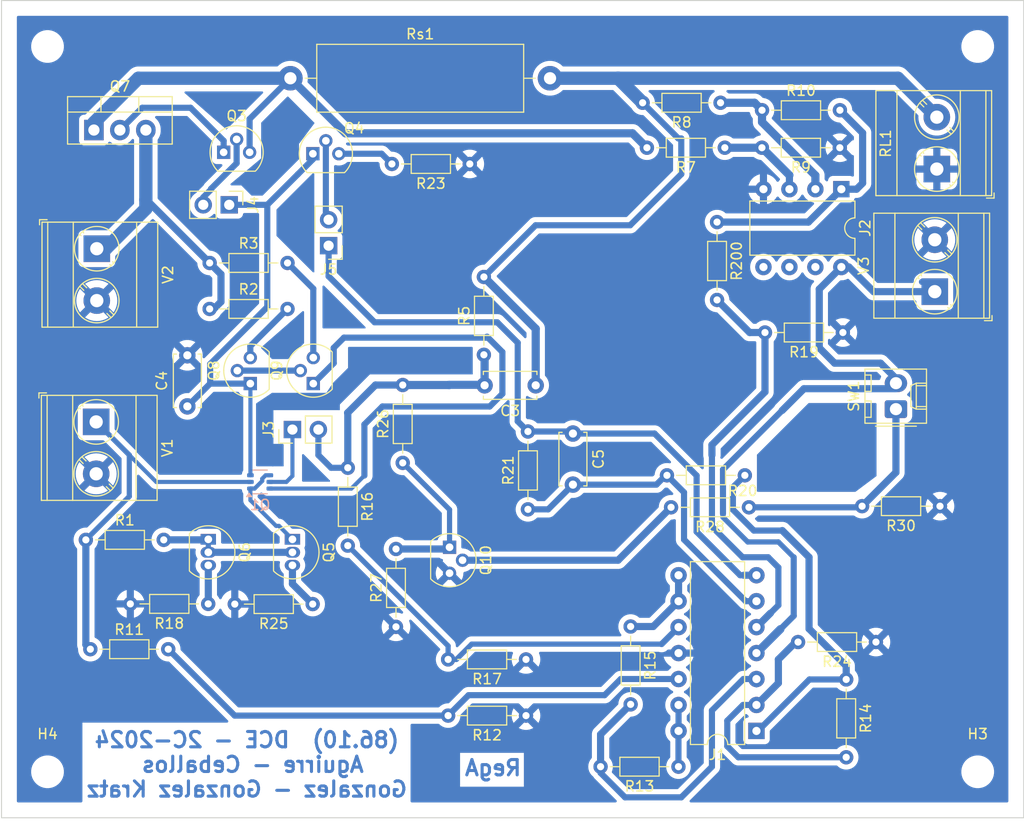
<source format=kicad_pcb>
(kicad_pcb (version 20240108) (generator "pcbnew") (generator_version "8.0")
  (layers (0 "F.Cu" signal) (31 "B.Cu" signal) (34 "B.Paste" user) (35 "F.Paste" user) (36 "B.SilkS" user "B.Silkscreen") (37 "F.SilkS" user "F.Silkscreen") (38 "B.Mask" user) (39 "F.Mask" user) (44 "Edge.Cuts" user))
  (net 0 "")
  (net 1 "Vreg")
  (net 2 "GND")
  (net 3 "Vref")
  (net 4 "Net-(R28-Pad1)")
  (net 5 "Net-(J1-Pin_3)")
  (net 6 "Vs1")
  (net 7 "Vs2")
  (net 8 "Net-(Q6-E)")
  (net 9 "Op2_V+")
  (net 10 "Op2_V-")
  (net 11 "Vref_C")
  (net 12 "Op2_Vout")
  (net 13 "Net-(Q4-E)")
  (net 14 "Net-(Q5-E)")
  (net 15 "Net-(J2-Pin_1)")
  (net 16 "Net-(J2-Pin_2)")
  (net 17 "Net-(Q10-D)")
  (net 18 "Vf")
  (net 19 "Net-(Q10-G)")
  (net 20 "Net-(Q5-B)")
  (net 21 "Net-(Q8-E)")
  (net 22 "Net-(Q9-E)")
  (net 23 "Net-(J2-Pin_3)")
  (net 24 "Net-(J1-Pin_2)")
  (net 25 "Net-(J1-Pin_12)")
  (net 26 "Net-(J1-Pin_13)")
  (net 27 "Net-(J1-Pin_8)")
  (net 28 "Net-(J1-Pin_10)")
  (net 29 "Net-(Q1A-E1)")
  (net 30 "Net-(Q3-C)")
  (net 31 "Vb")
  (net 32 "Net-(Q1A-C1)")
  (net 36 "V_sup")
  (net 37 "Net-(J3-Pin_1)")
  (net 38 "Net-(J4-Pin_2)")
  (net 39 "Net-(J5-Pin_2)")
  (footprint "Resistor_THT:R_Axial_DIN0204_L3.6mm_D1.6mm_P7.62mm_Horizontal" (layer "F.Cu") (at 151.12 83.61 180)
    (property "Reference" "R28" (at 3.81 -1.92 0) (layer "F.SilkS"))
    (property "Value" "1K")
    (pad "1" thru_hole circle (at 0 0 180) (size 1.4 1.4) (drill 0.7) (layers "*.Cu" "*.Mask") (net 4 "Net-(R28-Pad1)"))
    (pad "2" thru_hole oval (at 7.62 0 180) (size 1.4 1.4) (drill 0.7) (layers "*.Cu" "*.Mask") (net 19 "Net-(Q10-G)"))
  )
  (footprint "Package_TO_SOT_THT:TO-92" (layer "F.Cu") (at 102.34 71.5 90)
    (property "Reference" "Q8" (at 1.27 -3.56 90) (layer "F.SilkS"))
    (property "Value" "BC557C")
    (pad "1" thru_hole rect (at 0 0 90) (size 1.3 1.3) (drill 0.75) (layers "*.Cu" "*.Mask") (net 31 "Vb"))
    (pad "2" thru_hole circle (at 1.27 -1.27 90) (size 1.3 1.3) (drill 0.75) (layers "*.Cu" "*.Mask") (net 32 "Net-(Q1A-C1)"))
    (pad "3" thru_hole circle (at 2.54 0 90) (size 1.3 1.3) (drill 0.75) (layers "*.Cu" "*.Mask") (net 21 "Net-(Q8-E)"))
  )
  (footprint "Resistor_THT:R_Axial_DIN0204_L3.6mm_D1.6mm_P7.62mm_Horizontal" (layer "F.Cu") (at 150.72 80.48 180)
    (property "Reference" "R20" (at 0.22 -1.52 0) (layer "F.SilkS"))
    (property "Value" "2,2K")
    (pad "1" thru_hole circle (at 0 0 180) (size 1.4 1.4) (drill 0.7) (layers "*.Cu" "*.Mask") (net 11 "Vref_C"))
    (pad "2" thru_hole oval (at 7.62 0 180) (size 1.4 1.4) (drill 0.7) (layers "*.Cu" "*.Mask") (net 10 "Op2_V-"))
  )
  (footprint "Resistor_THT:R_Axial_DIN0204_L3.6mm_D1.6mm_P7.62mm_Horizontal" (layer "F.Cu") (at 160.635 100.46 -90)
    (property "Reference" "R14" (at 3.81 -1.92 90) (layer "F.SilkS"))
    (property "Value" "1K")
    (pad "1" thru_hole circle (at 0 0 270) (size 1.4 1.4) (drill 0.7) (layers "*.Cu" "*.Mask") (net 11 "Vref_C"))
    (pad "2" thru_hole oval (at 7.62 0 270) (size 1.4 1.4) (drill 0.7) (layers "*.Cu" "*.Mask") (net 24 "Net-(J1-Pin_2)"))
  )
  (footprint "Resistor_THT:R_Axial_DIN0204_L3.6mm_D1.6mm_P7.62mm_Horizontal" (layer "F.Cu") (at 98.36 64.19)
    (property "Reference" "R2" (at 3.81 -1.92 0) (layer "F.SilkS"))
    (property "Value" "100")
    (pad "1" thru_hole circle (at 0 0) (size 1.4 1.4) (drill 0.7) (layers "*.Cu" "*.Mask") (net 1 "Vreg"))
    (pad "2" thru_hole oval (at 7.62 0) (size 1.4 1.4) (drill 0.7) (layers "*.Cu" "*.Mask") (net 21 "Net-(Q8-E)"))
  )
  (footprint "Resistor_THT:R_Axial_DIN0204_L3.6mm_D1.6mm_P7.62mm_Horizontal" (layer "F.Cu") (at 98.36 59.69)
    (property "Reference" "R3" (at 3.81 -1.92 0) (layer "F.SilkS"))
    (property "Value" "100")
    (pad "1" thru_hole circle (at 0 0) (size 1.4 1.4) (drill 0.7) (layers "*.Cu" "*.Mask") (net 1 "Vreg"))
    (pad "2" thru_hole oval (at 7.62 0) (size 1.4 1.4) (drill 0.7) (layers "*.Cu" "*.Mask") (net 22 "Net-(Q9-E)"))
  )
  (footprint "Connector_PinHeader_2.54mm:PinHeader_1x02_P2.54mm_Vertical" (layer "F.Cu") (at 106.46 76 90)
    (property "Reference" "J3" (at 0 -2.33 90) (layer "F.SilkS"))
    (property "Value" "Conn_01x02_Pin")
    (pad "1" thru_hole rect (at 0 0 90) (size 1.7 1.7) (drill 1) (layers "*.Cu" "*.Mask") (net 37 "Net-(J3-Pin_1)"))
    (pad "2" thru_hole oval (at 0 2.54 90) (size 1.7 1.7) (drill 1) (layers "*.Cu" "*.Mask") (net 18 "Vf"))
  )
  (footprint "Package_TO_SOT_THT:TO-92_Inline" (layer "F.Cu") (at 106.46 86.745 -90)
    (property "Reference" "Q5" (at 1.27 -3.56 90) (layer "F.SilkS"))
    (property "Value" "BC547")
    (pad "1" thru_hole rect (at 0 0 270) (size 1.05 1.5) (drill 0.75) (layers "*.Cu" "*.Mask") (net 29 "Net-(Q1A-E1)"))
    (pad "2" thru_hole oval (at 1.27 0 270) (size 1.05 1.5) (drill 0.75) (layers "*.Cu" "*.Mask") (net 20 "Net-(Q5-B)"))
    (pad "3" thru_hole oval (at 2.54 0 270) (size 1.05 1.5) (drill 0.75) (layers "*.Cu" "*.Mask") (net 14 "Net-(Q5-E)"))
  )
  (footprint "Capacitor_THT:C_Disc_D5.0mm_W2.5mm_P5.00mm" (layer "F.Cu") (at 133.9 76.39 -90)
    (property "Reference" "C5" (at 2.5 -2.5 90) (layer "F.SilkS"))
    (property "Value" "120n")
    (pad "1" thru_hole circle (at 0 0 270) (size 1.6 1.6) (drill 0.8) (layers "*.Cu" "*.Mask") (net 12 "Op2_Vout"))
    (pad "2" thru_hole circle (at 5 0 270) (size 1.6 1.6) (drill 0.8) (layers "*.Cu" "*.Mask") (net 10 "Op2_V-"))
  )
  (footprint "Resistor_THT:R_Axial_DIN0204_L3.6mm_D1.6mm_P7.62mm_Horizontal" (layer "F.Cu") (at 86.69 97.5)
    (property "Reference" "R11" (at 3.81 -1.92 0) (layer "F.SilkS"))
    (property "Value" "2,2k")
    (pad "1" thru_hole circle (at 0 0) (size 1.4 1.4) (drill 0.7) (layers "*.Cu" "*.Mask") (net 3 "Vref"))
    (pad "2" thru_hole oval (at 7.62 0) (size 1.4 1.4) (drill 0.7) (layers "*.Cu" "*.Mask") (net 25 "Net-(J1-Pin_12)"))
  )
  (footprint "Resistor_THT:R_Axial_Power_L20.0mm_W6.4mm_P25.40mm" (layer "F.Cu") (at 106.26 41.61)
    (property "Reference" "Rs1" (at 12.7 -4.32 0) (layer "F.SilkS"))
    (property "Value" "0,1K")
    (pad "1" thru_hole circle (at 0 0) (size 2.4 2.4) (drill 1.2) (layers "*.Cu" "*.Mask") (net 6 "Vs1"))
    (pad "2" thru_hole oval (at 25.4 0) (size 2.4 2.4) (drill 1.2) (layers "*.Cu" "*.Mask") (net 7 "Vs2"))
  )
  (footprint "Resistor_THT:R_Axial_DIN0204_L3.6mm_D1.6mm_P7.62mm_Horizontal" (layer "F.Cu") (at 148.34 44.01 180)
    (property "Reference" "R8" (at 3.81 -1.92 0) (layer "F.SilkS"))
    (property "Value" "2,2K")
    (pad "1" thru_hole circle (at 0 0 180) (size 1.4 1.4) (drill 0.7) (layers "*.Cu" "*.Mask") (net 16 "Net-(J2-Pin_2)"))
    (pad "2" thru_hole oval (at 7.62 0 180) (size 1.4 1.4) (drill 0.7) (layers "*.Cu" "*.Mask") (net 7 "Vs2"))
  )
  (footprint "Resistor_THT:R_Axial_DIN0204_L3.6mm_D1.6mm_P7.62mm_Horizontal" (layer "F.Cu") (at 169.81 83.5 180)
    (property "Reference" "R30" (at 3.81 -1.92 0) (layer "F.SilkS"))
    (property "Value" "20k")
    (pad "1" thru_hole circle (at 0 0 180) (size 1.4 1.4) (drill 0.7) (layers "*.Cu" "*.Mask") (net 2 "GND"))
    (pad "2" thru_hole oval (at 7.62 0 180) (size 1.4 1.4) (drill 0.7) (layers "*.Cu" "*.Mask") (net 4 "Net-(R28-Pad1)"))
  )
  (footprint "MountingHole:MountingHole_2.7mm_M2.5" (layer "F.Cu") (at 82.5 38.5)
    (property "Reference" "H2")
    (property "Value" "MountingHole")
    (pad "" np_thru_hole circle (at 0 0) (size 2.7 2.7) (drill 2.7) (layers "*.Cu" "*.Mask"))
  )
  (footprint "Resistor_THT:R_Axial_DIN0204_L3.6mm_D1.6mm_P7.62mm_Horizontal" (layer "F.Cu") (at 116.59 95.31 90)
    (property "Reference" "R27" (at 3.81 -1.92 90) (layer "F.SilkS"))
    (property "Value" "1,1K")
    (pad "1" thru_hole circle (at 0 0 90) (size 1.4 1.4) (drill 0.7) (layers "*.Cu" "*.Mask") (net 2 "GND"))
    (pad "2" thru_hole oval (at 7.62 0 90) (size 1.4 1.4) (drill 0.7) (layers "*.Cu" "*.Mask") (net 17 "Net-(Q10-D)"))
  )
  (footprint "Resistor_THT:R_Axial_DIN0204_L3.6mm_D1.6mm_P7.62mm_Horizontal" (layer "F.Cu") (at 111.875 79.74 -90)
    (property "Reference" "R16" (at 3.81 -1.92 90) (layer "F.SilkS"))
    (property "Value" "1k")
    (pad "1" thru_hole circle (at 0 0 270) (size 1.4 1.4) (drill 0.7) (layers "*.Cu" "*.Mask") (net 18 "Vf"))
    (pad "2" thru_hole oval (at 7.62 0 270) (size 1.4 1.4) (drill 0.7) (layers "*.Cu" "*.Mask") (net 28 "Net-(J1-Pin_10)"))
  )
  (footprint "Resistor_THT:R_Axial_DIN0204_L3.6mm_D1.6mm_P7.62mm_Horizontal" (layer "F.Cu") (at 144.225 109 180)
    (property "Reference" "R13" (at 3.81 -1.92 0) (layer "F.SilkS"))
    (property "Value" "1,1k")
    (pad "1" thru_hole circle (at 0 0 180) (size 1.4 1.4) (drill 0.7) (layers "*.Cu" "*.Mask") (net 26 "Net-(J1-Pin_13)"))
    (pad "2" thru_hole oval (at 7.62 0 180) (size 1.4 1.4) (drill 0.7) (layers "*.Cu" "*.Mask") (net 5 "Net-(J1-Pin_3)"))
  )
  (footprint "Resistor_THT:R_Axial_DIN0204_L3.6mm_D1.6mm_P7.62mm_Horizontal" (layer "F.Cu") (at 129.5 83.81 90)
    (property "Reference" "R21" (at 3.81 -1.92 90) (layer "F.SilkS"))
    (property "Value" "82K")
    (pad "1" thru_hole circle (at 0 0 90) (size 1.4 1.4) (drill 0.7) (layers "*.Cu" "*.Mask") (net 10 "Op2_V-"))
    (pad "2" thru_hole oval (at 7.62 0 90) (size 1.4 1.4) (drill 0.7) (layers "*.Cu" "*.Mask") (net 12 "Op2_Vout"))
  )
  (footprint "Capacitor_THT:C_Disc_D5.0mm_W2.5mm_P5.00mm" (layer "F.Cu") (at 96.18 73.73 90)
    (property "Reference" "C4" (at 2.5 -2.5 90) (layer "F.SilkS"))
    (property "Value" "22n")
    (pad "1" thru_hole circle (at 0 0 90) (size 1.6 1.6) (drill 0.8) (layers "*.Cu" "*.Mask") (net 31 "Vb"))
    (pad "2" thru_hole circle (at 5 0 90) (size 1.6 1.6) (drill 0.8) (layers "*.Cu" "*.Mask") (net 2 "GND"))
  )
  (footprint "Resistor_THT:R_Axial_DIN0204_L3.6mm_D1.6mm_P7.62mm_Horizontal" (layer "F.Cu") (at 160.31 66.5 180)
    (property "Reference" "R19" (at 3.81 -1.92 0) (layer "F.SilkS"))
    (property "Value" "82K")
    (pad "1" thru_hole circle (at 0 0 180) (size 1.4 1.4) (drill 0.7) (layers "*.Cu" "*.Mask") (net 2 "GND"))
    (pad "2" thru_hole oval (at 7.62 0 180) (size 1.4 1.4) (drill 0.7) (layers "*.Cu" "*.Mask") (net 9 "Op2_V+"))
  )
  (footprint "Resistor_THT:R_Axial_DIN0204_L3.6mm_D1.6mm_P7.62mm_Horizontal" (layer "F.Cu") (at 117.25 79.26 90)
    (property "Reference" "R26" (at 3.81 -1.92 90) (layer "F.SilkS"))
    (property "Value" "2,4k")
    (pad "1" thru_hole circle (at 0 0 90) (size 1.4 1.4) (drill 0.7) (layers "*.Cu" "*.Mask") (net 17 "Net-(Q10-D)"))
    (pad "2" thru_hole oval (at 7.62 0 90) (size 1.4 1.4) (drill 0.7) (layers "*.Cu" "*.Mask") (net 18 "Vf"))
  )
  (footprint "Resistor_THT:R_Axial_DIN0204_L3.6mm_D1.6mm_P7.62mm_Horizontal" (layer "F.Cu") (at 98.22 93.065 180)
    (property "Reference" "R18" (at 3.81 -1.92 0) (layer "F.SilkS"))
    (property "Value" "820")
    (pad "1" thru_hole circle (at 0 0 180) (size 1.4 1.4) (drill 0.7) (layers "*.Cu" "*.Mask") (net 8 "Net-(Q6-E)"))
    (pad "2" thru_hole oval (at 7.62 0 180) (size 1.4 1.4) (drill 0.7) (layers "*.Cu" "*.Mask") (net 2 "GND"))
  )
  (footprint "MountingHole:MountingHole_2.7mm_M2.5" (layer "F.Cu") (at 173.5 38.5)
    (property "Reference" "H1")
    (property "Value" "MountingHole")
    (pad "" np_thru_hole circle (at 0 0) (size 2.7 2.7) (drill 2.7) (layers "*.Cu" "*.Mask"))
  )
  (footprint "Package_DIP:DIP-14_W7.62mm" (layer "F.Cu") (at 151.855 105.5 180)
    (property "Reference" "J1" (at 3.81 -2.33 0) (layer "F.SilkS"))
    (property "Value" "Conn_02x07_Counter_Clockwise_MountingPin")
    (pad "1" thru_hole rect (at 0 0 180) (size 1.6 1.6) (drill 0.8) (layers "*.Cu" "*.Mask") (net 11 "Vref_C"))
    (pad "2" thru_hole oval (at 0 2.54 180) (size 1.6 1.6) (drill 0.8) (layers "*.Cu" "*.Mask") (net 24 "Net-(J1-Pin_2)"))
    (pad "3" thru_hole oval (at 0 5.08 180) (size 1.6 1.6) (drill 0.8) (layers "*.Cu" "*.Mask") (net 5 "Net-(J1-Pin_3)"))
    (pad "4" thru_hole oval (at 0 7.62 180) (size 1.6 1.6) (drill 0.8) (layers "*.Cu" "*.Mask") (net 36 "V_sup"))
    (pad "5" thru_hole oval (at 0 10.16 180) (size 1.6 1.6) (drill 0.8) (layers "*.Cu" "*.Mask") (net 9 "Op2_V+"))
    (pad "6" thru_hole oval (at 0 12.7 180) (size 1.6 1.6) (drill 0.8) (layers "*.Cu" "*.Mask") (net 10 "Op2_V-"))
    (pad "7" thru_hole oval (at 0 15.24 180) (size 1.6 1.6) (drill 0.8) (layers "*.Cu" "*.Mask") (net 12 "Op2_Vout"))
    (pad "8" thru_hole oval (at 7.62 15.24 180) (size 1.6 1.6) (drill 0.8) (layers "*.Cu" "*.Mask") (net 27 "Net-(J1-Pin_8)"))
    (pad "9" thru_hole oval (at 7.62 12.7 180) (size 1.6 1.6) (drill 0.8) (layers "*.Cu" "*.Mask") (net 27 "Net-(J1-Pin_8)"))
    (pad "10" thru_hole oval (at 7.62 10.16 180) (size 1.6 1.6) (drill 0.8) (layers "*.Cu" "*.Mask") (net 28 "Net-(J1-Pin_10)"))
    (pad "11" thru_hole oval (at 7.62 7.62 180) (size 1.6 1.6) (drill 0.8) (layers "*.Cu" "*.Mask") (net 2 "GND"))
    (pad "12" thru_hole oval (at 7.62 5.08 180) (size 1.6 1.6) (drill 0.8) (layers "*.Cu" "*.Mask") (net 25 "Net-(J1-Pin_12)"))
    (pad "13" thru_hole oval (at 7.62 2.54 180) (size 1.6 1.6) (drill 0.8) (layers "*.Cu" "*.Mask") (net 26 "Net-(J1-Pin_13)"))
    (pad "14" thru_hole oval (at 7.62 0 180) (size 1.6 1.6) (drill 0.8) (layers "*.Cu" "*.Mask") (net 26 "Net-(J1-Pin_13)"))
  )
  (footprint "MountingHole:MountingHole_2.7mm_M2.5" (layer "F.Cu") (at 82.5 109.5)
    (property "Reference" "H4" (at 0 -3.7 0) (layer "F.SilkS"))
    (property "Value" "MountingHole")
    (pad "" np_thru_hole circle (at 0 0) (size 2.7 2.7) (drill 2.7) (layers "*.Cu" "*.Mask"))
  )
  (footprint "Resistor_THT:R_Axial_DIN0204_L3.6mm_D1.6mm_P7.62mm_Horizontal" (layer "F.Cu") (at 163.545 96.8 180)
    (property "Reference" "R24" (at 3.81 -1.92 0) (layer "F.SilkS"))
    (property "Value" "1K")
    (pad "1" thru_hole circle (at 0 0 180) (size 1.4 1.4) (drill 0.7) (layers "*.Cu" "*.Mask") (net 2 "GND"))
    (pad "2" thru_hole oval (at 7.62 0 180) (size 1.4 1.4) (drill 0.7) (layers "*.Cu" "*.Mask") (net 24 "Net-(J1-Pin_2)"))
  )
  (footprint "Package_TO_SOT_THT:TO-92_Inline" (layer "F.Cu") (at 98.23 86.745 -90)
    (property "Reference" "Q6" (at 1.27 -3.56 90) (layer "F.SilkS"))
    (property "Value" "BC547")
    (pad "1" thru_hole rect (at 0 0 270) (size 1.05 1.5) (drill 0.75) (layers "*.Cu" "*.Mask") (net 20 "Net-(Q5-B)"))
    (pad "2" thru_hole oval (at 1.27 0 270) (size 1.05 1.5) (drill 0.75) (layers "*.Cu" "*.Mask") (net 20 "Net-(Q5-B)"))
    (pad "3" thru_hole oval (at 2.54 0 270) (size 1.05 1.5) (drill 0.75) (layers "*.Cu" "*.Mask") (net 8 "Net-(Q6-E)"))
  )
  (footprint "Resistor_THT:R_Axial_DIN0204_L3.6mm_D1.6mm_P7.62mm_Horizontal" (layer "F.Cu") (at 123.81 50 180)
    (property "Reference" "R23" (at 3.81 -1.92 0) (layer "F.SilkS"))
    (property "Value" "75")
    (pad "1" thru_hole circle (at 0 0 180) (size 1.4 1.4) (drill 0.7) (layers "*.Cu" "*.Mask") (net 2 "GND"))
    (pad "2" thru_hole oval (at 7.62 0 180) (size 1.4 1.4) (drill 0.7) (layers "*.Cu" "*.Mask") (net 13 "Net-(Q4-E)"))
  )
  (footprint "TerminalBlock_Phoenix:TerminalBlock_Phoenix_MKDS-3-2-5.08_1x02_P5.08mm_Horizontal" (layer "F.Cu") (at 87.32 58.295 -90)
    (property "Reference" "V2" (at 2.54 -6.96 90) (layer "F.SilkS"))
    (property "Value" "6.35")
    (pad "1" thru_hole rect (at 0 0 270) (size 2.6 2.6) (drill 1.3) (layers "*.Cu" "*.Mask") (net 1 "Vreg"))
    (pad "2" thru_hole circle (at 5.08 0 270) (size 2.6 2.6) (drill 1.3) (layers "*.Cu" "*.Mask") (net 2 "GND"))
  )
  (footprint "Connector_Molex:Molex_KK-254_AE-6410-02A_1x02_P2.54mm_Vertical" (layer "F.Cu") (at 165.5 74 90)
    (property "Reference" "SW1" (at 1.27 -4.12 90) (layer "F.SilkS"))
    (property "Value" "SW_DIP_x01")
    (pad "1" thru_hole roundrect (at 0 0 90) (size 1.74 2.19) (drill 1.19) (layers "*.Cu" "*.Mask") (roundrect_rratio 0.143678) (net 4 "Net-(R28-Pad1)"))
    (pad "2" thru_hole oval (at 2.54 0 90) (size 1.74 2.19) (drill 1.19) (layers "*.Cu" "*.Mask") (net 36 "V_sup"))
  )
  (footprint "Resistor_THT:R_Axial_DIN0204_L3.6mm_D1.6mm_P7.62mm_Horizontal" (layer "F.Cu") (at 148 55.69 -90)
    (property "Reference" "R200" (at 3.81 -1.92 90) (layer "F.SilkS"))
    (property "Value" "2,2K")
    (pad "1" thru_hole circle (at 0 0 270) (size 1.4 1.4) (drill 0.7) (layers "*.Cu" "*.Mask") (net 15 "Net-(J2-Pin_1)"))
    (pad "2" thru_hole oval (at 7.62 0 270) (size 1.4 1.4) (drill 0.7) (layers "*.Cu" "*.Mask") (net 9 "Op2_V+"))
  )
  (footprint "Capacitor_THT:C_Disc_D5.0mm_W2.5mm_P5.00mm" (layer "F.Cu") (at 130.26 71.67 180)
    (property "Reference" "C3" (at 2.5 -2.5 0) (layer "F.SilkS"))
    (property "Value" "1n")
    (pad "1" thru_hole circle (at 0 0 180) (size 1.6 1.6) (drill 0.8) (layers "*.Cu" "*.Mask") (net 7 "Vs2"))
    (pad "2" thru_hole circle (at 5 0 180) (size 1.6 1.6) (drill 0.8) (layers "*.Cu" "*.Mask") (net 18 "Vf"))
  )
  (footprint "Resistor_THT:R_Axial_DIN0204_L3.6mm_D1.6mm_P7.62mm_Horizontal" (layer "F.Cu") (at 148.76 48.41 180)
    (property "Reference" "R7" (at 3.81 -1.92 0) (layer "F.SilkS"))
    (property "Value" "2,2K")
    (pad "1" thru_hole circle (at 0 0 180) (size 1.4 1.4) (drill 0.7) (layers "*.Cu" "*.Mask") (net 23 "Net-(J2-Pin_3)"))
    (pad "2" thru_hole oval (at 7.62 0 180) (size 1.4 1.4) (drill 0.7) (layers "*.Cu" "*.Mask") (net 6 "Vs1"))
  )
  (footprint "Package_TO_SOT_THT:TO-92" (layer "F.Cu") (at 99.73 48.86)
    (property "Reference" "Q3" (at 1.27 -3.56 0) (layer "F.SilkS"))
    (property "Value" "2N2222")
    (pad "1" thru_hole rect (at 0 0) (size 1.3 1.3) (drill 0.75) (layers "*.Cu" "*.Mask") (net 30 "Net-(Q3-C)"))
    (pad "2" thru_hole circle (at 1.27 -1.27) (size 1.3 1.3) (drill 0.75) (layers "*.Cu" "*.Mask") (net 38 "Net-(J4-Pin_2)"))
    (pad "3" thru_hole circle (at 2.54 0) (size 1.3 1.3) (drill 0.75) (layers "*.Cu" "*.Mask") (net 6 "Vs1"))
  )
  (footprint "MountingHole:MountingHole_2.7mm_M2.5" (layer "F.Cu") (at 173.5 109.5)
    (property "Reference" "H3" (at 0 -3.7 0) (layer "F.SilkS"))
    (property "Value" "MountingHole")
    (pad "" np_thru_hole circle (at 0 0) (size 2.7 2.7) (drill 2.7) (layers "*.Cu" "*.Mask"))
  )
  (footprint "TerminalBlock_Phoenix:TerminalBlock_Phoenix_MKDS-3-2-5.08_1x02_P5.08mm_Horizontal" (layer "F.Cu") (at 169.3 62.5 90)
    (property "Reference" "V3" (at 2.54 -6.96 90) (layer "F.SilkS"))
    (property "Value" "6")
    (pad "1" thru_hole rect (at 0 0 90) (size 2.6 2.6) (drill 1.3) (layers "*.Cu" "*.Mask") (net 36 "V_sup"))
    (pad "2" thru_hole circle (at 5.08 0 90) (size 2.6 2.6) (drill 1.3) (layers "*.Cu" "*.Mask") (net 2 "GND"))
  )
  (footprint "Package_TO_SOT_THT:TO-92" (layer "F.Cu") (at 108.46 49)
    (property "Reference" "Q4" (at 4.04 -2.5 0) (layer "F.SilkS"))
    (property "Value" "2N2222")
    (pad "1" thru_hole rect (at 0 0) (size 1.3 1.3) (drill 0.75) (layers "*.Cu" "*.Mask") (net 31 "Vb"))
    (pad "2" thru_hole circle (at 1.27 -1.27) (size 1.3 1.3) (drill 0.75) (layers "*.Cu" "*.Mask") (net 39 "Net-(J5-Pin_2)"))
    (pad "3" thru_hole circle (at 2.54 0) (size 1.3 1.3) (drill 0.75) (layers "*.Cu" "*.Mask") (net 13 "Net-(Q4-E)"))
  )
  (footprint "TerminalBlock_Phoenix:TerminalBlock_Phoenix_MKDS-3-2-5.08_1x02_P5.08mm_Horizontal" (layer "F.Cu") (at 87.26 75.25 -90)
    (property "Reference" "V1" (at 2.54 -6.96 90) (layer "F.SilkS"))
    (property "Value" "1,2")
    (pad "1" thru_hole rect (at 0 0 270) (size 2.6 2.6) (drill 1.3) (layers "*.Cu" "*.Mask") (net 3 "Vref"))
    (pad "2" thru_hole circle (at 5.08 0 270) (size 2.6 2.6) (drill 1.3) (layers "*.Cu" "*.Mask") (net 2 "GND"))
  )
  (footprint "Resistor_THT:R_Axial_DIN0204_L3.6mm_D1.6mm_P7.62mm_Horizontal" (layer "F.Cu") (at 152.4 44.74)
    (property "Reference" "R10" (at 3.81 -1.92 0) (layer "F.SilkS"))
    (property "Value" "22K")
    (pad "1" thru_hole circle (at 0 0) (size 1.4 1.4) (drill 0.7) (layers "*.Cu" "*.Mask") (net 16 "Net-(J2-Pin_2)"))
    (pad "2" thru_hole oval (at 7.62 0) (size 1.4 1.4) (drill 0.7) (layers "*.Cu" "*.Mask") (net 15 "Net-(J2-Pin_1)"))
  )
  (footprint "Resistor_THT:R_Axial_DIN0204_L3.6mm_D1.6mm_P7.62mm_Horizontal" (layer "F.Cu") (at 129.31 98.5 180)
    (property "Reference" "R17" (at 3.81 -1.92 0) (layer "F.SilkS"))
    (property "Value" "11k")
    (pad "1" thru_hole circle (at 0 0 180) (size 1.4 1.4) (drill 0.7) (layers "*.Cu" "*.Mask") (net 2 "GND"))
    (pad "2" thru_hole oval (at 7.62 0 180) (size 1.4 1.4) (drill 0.7) (layers "*.Cu" "*.Mask") (net 28 "Net-(J1-Pin_10)"))
  )
  (footprint "Package_TO_SOT_THT:TO-220-3_Vertical" (layer "F.Cu") (at 87.04 46.68)
    (property "Reference" "Q7" (at 2.54 -4.27 0) (layer "F.SilkS"))
    (property "Value" "TIP42C")
    (pad "1" thru_hole rect (at 0 0) (size 1.905 2) (drill 1.1) (layers "*.Cu" "*.Mask") (net 6 "Vs1"))
    (pad "2" thru_hole oval (at 2.54 0) (size 1.905 2) (drill 1.1) (layers "*.Cu" "*.Mask") (net 30 "Net-(Q3-C)"))
    (pad "3" thru_hole oval (at 5.08 0) (size 1.905 2) (drill 1.1) (layers "*.Cu" "*.Mask") (net 1 "Vreg"))
  )
  (footprint "Resistor_THT:R_Axial_DIN0204_L3.6mm_D1.6mm_P7.62mm_Horizontal" (layer "F.Cu") (at 129.31 104 180)
    (property "Reference" "R12" (at 3.81 -1.92 0) (layer "F.SilkS"))
    (property "Value" "910")
    (pad "1" thru_hole circle (at 0 0 180) (size 1.4 1.4) (drill 0.7) (layers "*.Cu" "*.Mask") (net 2 "GND"))
    (pad "2" thru_hole oval (at 7.62 0 180) (size 1.4 1.4) (drill 0.7) (layers "*.Cu" "*.Mask") (net 25 "Net-(J1-Pin_12)"))
  )
  (footprint "TerminalBlock_Phoenix:TerminalBlock_Phoenix_MKDS-3-2-5.08_1x02_P5.08mm_Horizontal" (layer "F.Cu") (at 169.5 50.5 90)
    (property "Reference" "RL1" (at 2.5 -5 90) (layer "F.SilkS"))
    (property "Value" "R")
    (pad "1" thru_hole rect (at 0 0 90) (size 2.6 2.6) (drill 1.3) (layers "*.Cu" "*.Mask") (net 2 "GND"))
    (pad "2" thru_hole circle (at 5.08 0 90) (size 2.6 2.6) (drill 1.3) (layers "*.Cu" "*.Mask") (net 7 "Vs2"))
  )
  (footprint "Package_TO_SOT_THT:TO-92" (layer "F.Cu") (at 121.83 87.52 -90)
    (property "Reference" "Q10" (at 1.27 -3.56 90) (layer "F.SilkS"))
    (property "Value" "BS170")
    (pad "1" thru_hole rect (at 0 0 270) (size 1.3 1.3) (drill 0.75) (layers "*.Cu" "*.Mask") (net 17 "Net-(Q10-D)"))
    (pad "2" thru_hole circle (at 1.27 -1.27 270) (size 1.3 1.3) (drill 0.75) (layers "*.Cu" "*.Mask") (net 19 "Net-(Q10-G)"))
    (pad "3" thru_hole circle (at 2.54 0 270) (size 1.3 1.3) (drill 0.75) (layers "*.Cu" "*.Mask") (net 2 "GND"))
  )
  (footprint "Resistor_THT:R_Axial_DIN0204_L3.6mm_D1.6mm_P7.62mm_Horizontal" (layer "F.Cu") (at 108.44 93.085 180)
    (property "Reference" "R25" (at 3.81 -1.92 0) (layer "F.SilkS"))
    (property "Value" "820")
    (pad "1" thru_hole circle (at 0 0 180) (size 1.4 1.4) (drill 0.7) (layers "*.Cu" "*.Mask") (net 14 "Net-(Q5-E)"))
    (pad "2" thru_hole oval (at 7.62 0 180) (size 1.4 1.4) (drill 0.7) (layers "*.Cu" "*.Mask") (net 2 "GND"))
  )
  (footprint "Resistor_THT:R_Axial_DIN0204_L3.6mm_D1.6mm_P7.62mm_Horizontal" (layer "F.Cu") (at 125.19 68.68 90)
    (property "Reference" "R5" (at 3.81 -1.92 90) (layer "F.SilkS"))
    (property "Value" "3,3K")
    (pad "1" thru_hole circle (at 0 0 90) (size 1.4 1.4) (drill 0.7) (layers "*.Cu" "*.Mask") (net 18 "Vf"))
    (pad "2" thru_hole oval (at 7.62 0 90) (size 1.4 1.4) (drill 0.7) (layers "*.Cu" "*.Mask") (net 7 "Vs2"))
  )
  (footprint "Package_DIP:DIP-8_W7.62mm" (layer "F.Cu") (at 160.16 52.47 -90)
    (property "Reference" "J2" (at 3.81 -2.33 90) (layer "F.SilkS"))
    (property "Value" "OP295")
    (pad "1" thru_hole rect (at 0 0 270) (size 1.6 1.6) (drill 0.8) (layers "*.Cu" "*.Mask") (net 15 "Net-(J2-Pin_1)"))
    (pad "2" thru_hole oval (at 0 2.54 270) (size 1.6 1.6) (drill 0.8) (layers "*.Cu" "*.Mask") (net 16 "Net-(J2-Pin_2)"))
    (pad "3" thru_hole oval (at 0 5.08 270) (size 1.6 1.6) (drill 0.8) (layers "*.Cu" "*.Mask") (net 23 "Net-(J2-Pin_3)"))
    (pad "4" thru_hole oval (at 0 7.62 270) (size 1.6 1.6) (drill 0.8) (layers "*.Cu" "*.Mask") (net 2 "GND"))
    (pad "5" thru_hole oval (at 7.62 7.62 270) (size 1.6 1.6) (drill 0.8) (layers "*.Cu" "*.Mask"))
    (pad "6" thru_hole oval (at 7.62 5.08 270) (size 1.6 1.6) (drill 0.8) (layers "*.Cu" "*.Mask"))
    (pad "7" thru_hole oval (at 7.62 2.54 270) (size 1.6 1.6) (drill 0.8) (layers "*.Cu" "*.Mask"))
    (pad "8" thru_hole oval (at 7.62 0 270) (size 1.6 1.6) (drill 0.8) (layers "*.Cu" "*.Mask") (net 36 "V_sup"))
  )
  (footprint "Package_TO_SOT_THT:TO-92" (layer "F.Cu") (at 108.5 71.5 90)
    (property "Reference" "Q9" (at 1.27 -3.56 90) (layer "F.SilkS"))
    (property "Value" "BC557C")
    (pad "1" thru_hole rect (at 0 0 90) (size 1.3 1.3) (drill 0.75) (layers "*.Cu" "*.Mask") (net 32 "Net-(Q1A-C1)"))
    (pad "2" thru_hole circle (at 1.27 -1.27 90) (size 1.3 1.3) (drill 0.75) (layers "*.Cu" "*.Mask") (net 32 "Net-(Q1A-C1)"))
    (pad "3" thru_hole circle (at 2.54 0 90) (size 1.3 1.3) (drill 0.75) (layers "*.Cu" "*.Mask") (net 22 "Net-(Q9-E)"))
  )
  (footprint "Resistor_THT:R_Axial_DIN0204_L3.6mm_D1.6mm_P7.62mm_Horizontal" (layer "F.Cu") (at 160.01 48.41 180)
    (property "Reference" "R9" (at 3.81 -1.92 0) (layer "F.SilkS"))
    (property "Value" "22K")
    (pad "1" thru_hole circle (at 0 0 180) (size 1.4 1.4) (drill 0.7) (layers "*.Cu" "*.Mask") (net 2 "GND"))
    (pad "2" thru_hole oval (at 7.62 0 180) (size 1.4 1.4) (drill 0.7) (layers "*.Cu" "*.Mask") (net 23 "Net-(J2-Pin_3)"))
  )
  (footprint "Resistor_THT:R_Axial_DIN0204_L3.6mm_D1.6mm_P7.62mm_Horizontal" (layer "F.Cu") (at 139.545 95.28 -90)
    (property "Reference" "R15" (at 3.81 -1.92 90) (layer "F.SilkS"))
    (property "Value" "1k")
    (pad "1" thru_hole circle (at 0 0 270) (size 1.4 1.4) (drill 0.7) (layers "*.Cu" "*.Mask") (net 27 "Net-(J1-Pin_8)"))
    (pad "2" thru_hole oval (at 7.62 0 270) (size 1.4 1.4) (drill 0.7) (layers "*.Cu" "*.Mask") (net 5 "Net-(J1-Pin_3)"))
  )
  (footprint "Connector_PinHeader_2.54mm:PinHeader_1x02_P2.54mm_Vertical" (layer "F.Cu") (at 110 58 180)
    (property "Reference" "J5" (at 0 -2.33 0) (layer "F.SilkS"))
    (property "Value" "Conn_01x02_Pin")
    (pad "1" thru_hole rect (at 0 0 180) (size 1.7 1.7) (drill 1) (layers "*.Cu" "*.Mask") (net 12 "Op2_Vout"))
    (pad "2" thru_hole oval (at 0 2.54 180) (size 1.7 1.7) (drill 1) (layers "*.Cu" "*.Mask") (net 39 "Net-(J5-Pin_2)"))
  )
  (footprint "Resistor_THT:R_Axial_DIN0204_L3.6mm_D1.6mm_P7.62mm_Horizontal" (layer "F.Cu") (at 86.25 86.795)
    (property "Reference" "R1" (at 3.81 -1.92 0) (layer "F.SilkS"))
    (property "Value" "100")
    (pad "1" thru_hole circle (at 0 0) (size 1.4 1.4) (drill 0.7) (layers "*.Cu" "*.Mask") (net 3 "Vref"))
    (pad "2" thru_hole oval (at 7.62 0) (size 1.4 1.4) (drill 0.7) (layers "*.Cu" "*.Mask") (net 20 "Net-(Q5-B)"))
  )
  (footprint "Connector_PinHeader_2.54mm:PinHeader_1x02_P2.54mm_Vertical" (layer "F.Cu") (at 100.275 54 -90)
    (property "Reference" "J4" (at 0 -2.33 90) (layer "F.SilkS"))
    (property "Value" "Conn_01x02_Pin")
    (pad "1" thru_hole rect (at 0 0 270) (size 1.7 1.7) (drill 1) (layers "*.Cu" "*.Mask") (net 31 "Vb"))
    (pad "2" thru_hole oval (at 0 2.54 270) (size 1.7 1.7) (drill 1) (layers "*.Cu" "*.Mask") (net 38 "Net-(J4-Pin_2)"))
  )
  (footprint "Package_TO_SOT_SMD:SOT-363_SC-70-6" (layer "B.Cu") (at 103.3 81.125)
    (property "Reference" "Q1" (at 0 2.25 0) (layer "B.SilkS") (effects (justify mirror)))
    (property "Value" "BC847BPN")
    (pad "1" smd roundrect (at -0.95 0.65) (size 0.65 0.4) (layers "B.Cu" "B.Paste" "B.Mask") (net 29 "Net-(Q1A-E1)"))
    (pad "2" smd roundrect (at -0.95 0) (size 0.65 0.4) (layers "B.Cu" "B.Paste" "B.Mask") (net 3 "Vref"))
    (pad "3" smd roundrect (at -0.95 -0.65) (size 0.65 0.4) (layers "B.Cu" "B.Paste" "B.Mask") (net 31 "Vb"))
    (pad "4" smd roundrect (at 0.95 -0.65) (size 0.65 0.4) (layers "B.Cu" "B.Paste" "B.Mask") (net 29 "Net-(Q1A-E1)"))
    (pad "5" smd roundrect (at 0.95 0) (size 0.65 0.4) (layers "B.Cu" "B.Paste" "B.Mask") (net 37 "Net-(J3-Pin_1)"))
    (pad "6" smd roundrect (at 0.95 0.65) (size 0.65 0.4) (layers "B.Cu" "B.Paste" "B.Mask") (net 32 "Net-(Q1A-C1)"))
  )
  (gr_poly (pts (xy 113.5 66) (xy 109.5 62) (xy 109.5 66)) (stroke (width 0.2)) (fill solid) (layer "B.Cu"))
  (gr_poly (pts (xy 107.5 64.5) (xy 103.5 68) (xy 104.5 69) (xy 106 69) (xy 107.5 67.5)) (stroke (width 0.2)) (fill solid) (layer "B.Cu"))
  (gr_poly (pts (xy 103.5 49.5) (xy 100.5 52) (xy 101.5 52) (xy 102.5 53) (xy 103.5 53) (xy 107 49.5)) (stroke (width 0.2)) (fill solid) (layer "B.Cu"))
  (gr_poly (pts (xy 112 70) (xy 110.5 71.5) (xy 109.5 73) (xy 111 73.5) (xy 114.5 70)) (stroke (width 0.2)) (fill solid) (layer "B.Cu"))
  (gr_poly (pts (xy 103 79.5) (xy 103 73.5) (xy 104.5 72.5) (xy 104.5 79.5)) (stroke (width 0.2)) (fill solid) (layer "B.Cu"))
  (gr_poly (pts (xy 104.5 74) (xy 104.5 72.5) (xy 111 72.5) (xy 111 74)) (stroke (width 0.2)) (fill solid) (layer "B.Cu"))
  (gr_poly (pts (xy 108.5 60.5) (xy 105 57) (xy 105 54.5) (xy 108.5 51)) (stroke (width 0.2)) (fill solid) (layer "B.Cu"))
  (gr_poly (pts (xy 107 49.5) (xy 103.5 49.5) (xy 103.5 46) (xy 106 43.5) (xy 108.5 46) (xy 107 48)) (stroke (width 0.2)) (fill solid) (layer "B.Cu"))
  (gr_poly (pts (xy 107.5 78.5) (xy 110 81) (xy 107.5 81)) (stroke (width 0.2)) (fill solid) (layer "B.Cu"))
  (gr_poly (pts (xy 152 82) (xy 152 78.5) (xy 157 73.5) (xy 163.5 73.5) (xy 163.5 80.5) (xy 161.5 82)) (stroke (width 0.2)) (fill solid) (layer "B.Cu"))
  (gr_poly (pts (xy 104.5 77.5) (xy 105.5 77.5) (xy 105.5 79.5) (xy 104.5 79.5)) (stroke (width 0.2)) (fill solid) (layer "B.Cu"))
  (gr_poly (pts (xy 112 70.5) (xy 124 70.5) (xy 124 68) (xy 112 68)) (stroke (width 0.2)) (fill solid) (layer "B.Cu"))
  (gr_poly (pts (xy 96 43) (xy 103.5 43) (xy 100 46.5)) (stroke (width 0.2)) (fill solid) (layer "B.Cu"))
  (gr_rect (start 78 34) (end 178 114) (stroke (width 0.1)) (fill none) (layer "Edge.Cuts"))
  (gr_text "RegA" (at 129 110 0) (layer "B.Cu") (effects (font (size 1.5 1.5) (thickness 0.3) (bold yes)) (justify left bottom mirror)))
  (gr_text "(86.10)  DCE - 2C-2024\nAguirre - Ceballos \nGonzalez - Gonzalez Kratz\n\n" (at 102 114.5 0) (layer "B.Cu") (effects (font (size 1.5 1.5) (thickness 0.3) (bold yes)) (justify bottom mirror)))
  (segment (start 87.32 58.295) (end 88.205 58.295) (width 1.3) (layer "B.Cu") (net 1))
  (segment (start 99.47 60.8) (end 99.47 63.49) (width 0.7) (layer "B.Cu") (net 1))
  (segment (start 88.205 58.295) (end 92.12 54.38) (width 1.3) (layer "B.Cu") (net 1))
  (segment (start 92.12 53.5) (end 92.12 46.68) (width 1.3) (layer "B.Cu") (net 1))
  (segment (start 92.12 54.38) (end 92.12 53.5) (width 1.3) (layer "B.Cu") (net 1))
  (segment (start 99.47 63.49) (end 98.77 64.19) (width 0.7) (layer "B.Cu") (net 1))
  (segment (start 98.36 59.69) (end 99.47 60.8) (width 0.7) (layer "B.Cu") (net 1))
  (segment (start 98.36 59.69) (end 92.17 53.5) (width 0.7) (layer "B.Cu") (net 1))
  (segment (start 98.77 64.19) (end 98.36 64.19) (width 0.7) (layer "B.Cu") (net 1))
  (segment (start 92.17 53.5) (end 92.12 53.5) (width 0.6) (layer "B.Cu") (net 1))
  (segment (start 90.5 82.545) (end 86.25 86.795) (width 0.508) (layer "B.Cu") (net 3))
  (segment (start 90.5 78.49) (end 90.5 82.545) (width 0.508) (layer "B.Cu") (net 3))
  (segment (start 86.25 97.06) (end 86.69 97.5) (width 0.7) (layer "B.Cu") (net 3))
  (segment (start 90.5 78.49) (end 93.135 81.125) (width 0.4) (layer "B.Cu") (net 3))
  (segment (start 87.26 75.25) (end 90.5 78.49) (width 0.508) (layer "B.Cu") (net 3))
  (segment (start 93.135 81.125) (end 102.35 81.125) (width 0.4) (layer "B.Cu") (net 3))
  (segment (start 86.25 86.795) (end 86.25 97.06) (width 0.7) (layer "B.Cu") (net 3))
  (segment (start 165.5 74) (end 165.5 80.19) (width 0.7) (layer "B.Cu") (net 4))
  (segment (start 162.08 83.61) (end 162.19 83.5) (width 0.6) (layer "B.Cu") (net 4))
  (segment (start 165.5 80.19) (end 162.19 83.5) (width 0.7) (layer "B.Cu") (net 4))
  (segment (start 151.12 83.61) (end 162.08 83.61) (width 0.6) (layer "B.Cu") (net 4))
  (segment (start 136.605 109.605) (end 139 112) (width 0.6) (layer "B.Cu") (net 5))
  (segment (start 147.5 103.5) (end 150.58 100.42) (width 0.6) (layer "B.Cu") (net 5))
  (segment (start 139 112) (end 144.5 112) (width 0.6) (layer "B.Cu") (net 5))
  (segment (start 136.605 109) (end 136.605 109.605) (width 0.6) (layer "B.Cu") (net 5))
  (segment (start 147.5 109) (end 147.5 103.5) (width 0.6) (layer "B.Cu") (net 5))
  (segment (start 144.5 112) (end 147.5 109) (width 0.6) (layer "B.Cu") (net 5))
  (segment (start 136.605 105.84) (end 139.545 102.9) (width 0.7) (layer "B.Cu") (net 5))
  (segment (start 151.855 100.42) (end 151.855 100.89) (width 0.7) (layer "B.Cu") (net 5))
  (segment (start 150.58 100.42) (end 151.855 100.42) (width 0.6) (layer "B.Cu") (net 5))
  (segment (start 136.605 109) (end 136.605 105.84) (width 0.7) (layer "B.Cu") (net 5))
  (segment (start 139.73 47) (end 111.65 47) (width 0.8) (layer "B.Cu") (net 6))
  (segment (start 87.04 45.96) (end 87.04 46.68) (width 1.3) (layer "B.Cu") (net 6))
  (segment (start 102.27 45.6) (end 102.27 48.86) (width 0.6) (layer "B.Cu") (net 6))
  (segment (start 91.39 41.61) (end 87.04 45.96) (width 1.3) (layer "B.Cu") (net 6))
  (segment (start 106.26 41.61) (end 102.27 45.6) (width 0.6) (layer "B.Cu") (net 6))
  (segment (start 106.26 41.61) (end 91.39 41.61) (width 1.3) (layer "B.Cu") (net 6))
  (segment (start 141.14 48.41) (end 139.73 47) (width 0.8) (layer "B.Cu") (net 6))
  (segment (start 111.65 47) (end 106.26 41.61) (width 0.8) (layer "B.Cu") (net 6))
  (segment (start 130.26 66.13) (end 125.19 61.06) (width 0.8) (layer "B.Cu") (net 7))
  (segment (start 131.66 41.61) (end 131.77 41.5) (width 1.3) (layer "B.Cu") (net 7))
  (segment (start 138.32 41.61) (end 165.69 41.61) (width 1.3) (layer "B.Cu") (net 7))
  (segment (start 138.32 41.61) (end 140.72 44.01) (width 1.3) (layer "B.Cu") (net 7))
  (segment (start 144.5 47.5) (end 144.21 47.5) (width 0.6) (layer "B.Cu") (net 7))
  (segment (start 139.5 56) (end 144.5 51) (width 0.6) (layer "B.Cu") (net 7))
  (segment (start 144.21 47.5) (end 140.72 44.01) (width 0.6) (layer "B.Cu") (net 7))
  (segment (start 165.69 41.61) (end 169.5 45.42) (width 1.3) (layer "B.Cu") (net 7))
  (segment (start 144.5 51) (end 144.5 47.5) (width 0.6) (layer "B.Cu") (net 7))
  (segment (start 125.19 61.06) (end 130.25 56) (width 0.6) (layer "B.Cu") (net 7))
  (segment (start 131.66 41.61) (end 138.32 41.61) (width 1.3) (layer "B.Cu") (net 7))
  (segment (start 130.26 71.67) (end 130.26 66.13) (width 0.8) (layer "B.Cu") (net 7))
  (segment (start 130.25 56) (end 139.5 56) (width 0.6) (layer "B.Cu") (net 7))
  (segment (start 98.23 93.055) (end 98.22 93.065) (width 0.508) (layer "B.Cu") (net 8))
  (segment (start 98.23 89.285) (end 98.23 93.055) (width 0.7) (layer "B.Cu") (net 8))
  (segment (start 153.225 93.97) (end 154 93.195) (width 0.6) (layer "B.Cu") (net 9))
  (segment (start 154 93.195) (end 154 89.5) (width 0.6) (layer "B.Cu") (net 9))
  (segment (start 152.69 72.31) (end 147.5 77.5) (width 0.7) (layer "B.Cu") (net 9))
  (segment (start 147.5 85.5) (end 147.5 78.5) (width 0.6) (layer "B.Cu") (net 9))
  (segment (start 154 89.5) (end 153 88.5) (width 0.6) (layer "B.Cu") (net 9))
  (segment (start 150.5 88.5) (end 147.5 85.5) (width 0.6) (layer "B.Cu") (net 9))
  (segment (start 152.69 66.5) (end 151.19 66.5) (width 0.7) (layer "B.Cu") (net 9))
  (segment (start 151.19 66.5) (end 148 63.31) (width 0.7) (layer "B.Cu") (net 9))
  (segment (start 151.855 95.34) (end 153.225 93.97) (width 0.7) (layer "B.Cu") (net 9))
  (segment (start 152.69 72.31) (end 152.69 66.5) (width 0.7) (layer "B.Cu") (net 9))
  (segment (start 153 88.5) (end 150.5 88.5) (width 0.6) (layer "B.Cu") (net 9))
  (segment (start 147.5 77.5) (end 147.5 78.5) (width 0.7) (layer "B.Cu") (net 9))
  (segment (start 144.77 82.15) (end 144.77 86.77) (width 0.6) (layer "B.Cu") (net 10))
  (segment (start 143.1 80.48) (end 144.77 82.15) (width 0.6) (layer "B.Cu") (net 10))
  (segment (start 142.07 81.39) (end 133.9 81.39) (width 0.6) (layer "B.Cu") (net 10))
  (segment (start 150.8 92.8) (end 151.855 92.8) (width 0.6) (layer "B.Cu") (net 10))
  (segment (start 144.77 86.77) (end 150.8 92.8) (width 0.6) (layer "B.Cu") (net 10))
  (segment (start 131.48 83.81) (end 133.9 81.39) (width 0.6) (layer "B.Cu") (net 10))
  (segment (start 143.1 80.48) (end 142.98 80.48) (width 0.6) (layer "B.Cu") (net 10))
  (segment (start 142.98 80.48) (end 142.07 81.39) (width 0.6) (layer "B.Cu") (net 10))
  (segment (start 129.5 83.81) (end 131.48 83.81) (width 0.6) (layer "B.Cu") (net 10))
  (segment (start 160.635 99.135) (end 160.635 100.46) (width 0.7) (layer "B.Cu") (net 11))
  (segment (start 154.384817 85.884817) (end 157 88.5) (width 0.7) (layer "B.Cu") (net 11))
  (segment (start 149.55 83.836052) (end 151.598765 85.884817) (width 0.6) (layer "B.Cu") (net 11))
  (segment (start 149.55 81.65) (end 150.72 80.48) (width 0.6) (layer "B.Cu") (net 11))
  (segment (start 151.598765 85.884817) (end 154.384817 85.884817) (width 0.6) (layer "B.Cu") (net 11))
  (segment (start 157 88.5) (end 157 95.5) (width 0.7) (layer "B.Cu") (net 11))
  (segment (start 149.55 83.836052) (end 149.55 81.65) (width 0.6) (layer "B.Cu") (net 11))
  (segment (start 157.04 100.46) (end 160 100.46) (width 0.6) (layer "B.Cu") (net 11))
  (segment (start 152 105.5) (end 157.04 100.46) (width 0.6) (layer "B.Cu") (net 11))
  (segment (start 160.635 100.46) (end 160.66 100.435) (width 0.7) (layer "B.Cu") (net 11))
  (segment (start 160.635 99.135) (end 157 95.5) (width 0.7) (layer "B.Cu") (net 11))
  (segment (start 151.855 105.5) (end 152 105.5) (width 0.6) (layer "B.Cu") (net 11))
  (segment (start 150.26 90.26) (end 146 86) (width 0.6) (layer "B.Cu") (net 12))
  (segment (start 150.74 90.26) (end 150.26 90.26) (width 0.6) (layer "B.Cu") (net 12))
  (segment (start 129.5 76.19) (end 133.7 76.19) (width 0.6) (layer "B.Cu") (net 12))
  (segment (start 128.5 75.19) (end 129.5 76.19) (width 0.6) (layer "B.Cu") (net 12))
  (segment (start 151.855 90.26) (end 150.74 90.26) (width 0.7) (layer "B.Cu") (net 12))
  (segment (start 146 80.5) (end 141.89 76.39) (width 0.6) (layer "B.Cu") (net 12))
  (segment (start 128.5 67.5) (end 128.5 75.19) (width 0.6) (layer "B.Cu") (net 12))
  (segment (start 141.89 76.39) (end 133.9 76.39) (width 0.6) (layer "B.Cu") (net 12))
  (segment (start 110 61) (end 114.5 65.5) (width 0.6) (layer "B.Cu") (net 12))
  (segment (start 150.74 90.26) (end 150.616076 90.26) (width 0.7) (layer "B.Cu") (net 12))
  (segment (start 114.5 65.5) (end 126.5 65.5) (width 0.6) (layer "B.Cu") (net 12))
  (segment (start 110 58) (end 110 61) (width 0.6) (layer "B.Cu") (net 12))
  (segment (start 133.7 76.19) (end 133.9 76.39) (width 0.6) (layer "B.Cu") (net 12))
  (segment (start 126.5 65.5) (end 128.5 67.5) (width 0.6) (layer "B.Cu") (net 12))
  (segment (start 146 86) (end 146 80.5) (width 0.6) (layer "B.Cu") (net 12))
  (segment (start 111 49) (end 115.19 49) (width 0.6) (layer "B.Cu") (net 13))
  (segment (start 115.19 49) (end 116.19 50) (width 0.6) (layer "B.Cu") (net 13))
  (segment (start 106.46 91.105) (end 108.44 93.085) (width 0.7) (layer "B.Cu") (net 14))
  (segment (start 106.46 89.285) (end 106.46 91.105) (width 0.7) (layer "B.Cu") (net 14))
  (segment (start 162.24 51.88) (end 161.65 52.47) (width 0.7) (layer "B.Cu") (net 15))
  (segment (start 148 55.69) (end 156.94 55.69) (width 0.7) (layer "B.Cu") (net 15))
  (segment (start 156.94 55.69) (end 160.16 52.47) (width 0.7) (layer "B.Cu") (net 15))
  (segment (start 160.02 44.74) (end 162.24 46.96) (width 0.7) (layer "B.Cu") (net 15))
  (segment (start 161.65 52.47) (end 160.16 52.47) (width 0.7) (layer "B.Cu") (net 15))
  (segment (start 162.24 46.96) (end 162.24 51.88) (width 0.7) (layer "B.Cu") (net 15))
  (segment (start 152.4 44.923948) (end 152.4 44.74) (width 0.7) (layer "B.Cu") (net 16))
  (segment (start 151.67 44.01) (end 152.4 44.74) (width 0.8) (layer "B.Cu") (net 16))
  (segment (start 148.34 44.01) (end 151.67 44.01) (width 0.8) (layer "B.Cu") (net 16))
  (segment (start 152.4 45.9) (end 157.62 51.12) (width 0.8) (layer "B.Cu") (net 16))
  (segment (start 157.62 51.12) (end 157.62 52.47) (width 0.8) (layer "B.Cu") (net 16))
  (segment (start 152.4 44.74) (end 152.4 45.9) (width 0.8) (layer "B.Cu") (net 16))
  (segment (start 121.66 87.69) (end 121.83 87.52) (width 0.7) (layer "B.Cu") (net 17))
  (segment (start 116.59 87.69) (end 121.66 87.69) (width 0.7) (layer "B.Cu") (net 17))
  (segment (start 121.83 83.84) (end 121.83 87.52) (width 0.508) (layer "B.Cu") (net 17))
  (segment (start 117.25 79.26) (end 121.83 83.84) (width 0.508) (layer "B.Cu") (net 17))
  (segment (start 125.26 71.67) (end 125.26 68.75) (width 0.8) (layer "B.Cu") (net 18))
  (segment (start 121.81 71.62) (end 125.21 71.62) (width 0.8) (layer "B.Cu") (net 18))
  (segment (start 125.26 68.75) (end 125.19 68.68) (width 0.8) (layer "B.Cu") (net 18))
  (segment (start 111.86 74.36) (end 114.58 71.64) (width 0.7) (layer "B.Cu") (net 18))
  (segment (start 121.79 71.64) (end 121.81 71.62) (width 0.8) (layer "B.Cu") (net 18))
  (segment (start 125.21 71.62) (end 125.26 71.67) (width 0.8) (layer "B.Cu") (net 18))
  (segment (start 109 78.5) (end 110.24 79.74) (width 0.6) (layer "B.Cu") (net 18))
  (segment (start 111.86 74.36) (end 111.875 74.375) (width 0.7) (layer "B.Cu") (net 18))
  (segment (start 110.24 79.74) (end 111.875 79.74) (width 0.6) (layer "B.Cu") (net 18))
  (segment (start 114.58 71.64) (end 117.25 71.64) (width 0.7) (layer "B.Cu") (net 18))
  (segment (start 111.875 74.375) (end 111.875 79.74) (width 0.7) (layer "B.Cu") (net 18))
  (segment (start 117.25 71.64) (end 121.79 71.64) (width 0.8) (layer "B.Cu") (net 18))
  (segment (start 109 76) (end 109 78.5) (width 0.6) (layer "B.Cu") (net 18))
  (segment (start 123.1 88.79) (end 138.32 88.79) (width 0.7) (layer "B.Cu") (net 19))
  (segment (start 138.32 88.79) (end 143.5 83.61) (width 0.7) (layer "B.Cu") (net 19))
  (segment (start 93.87 86.795) (end 98.18 86.795) (width 0.7) (layer "B.Cu") (net 20))
  (segment (start 98.23 88.015) (end 106.46 88.015) (width 0.7) (layer "B.Cu") (net 20))
  (segment (start 98.23 88.015) (end 98.23 86.745) (width 0.508) (layer "B.Cu") (net 20))
  (segment (start 98.18 86.795) (end 98.23 86.745) (width 0.508) (layer "B.Cu") (net 20))
  (segment (start 102.34 67.83) (end 105.98 64.19) (width 0.6) (layer "B.Cu") (net 21))
  (segment (start 102.34 68.96) (end 102.34 67.83) (width 0.6) (layer "B.Cu") (net 21))
  (segment (start 108.5 68.96) (end 108.5 62.21) (width 0.6) (layer "B.Cu") (net 22))
  (segment (start 108.5 62.21) (end 105.98 59.69) (width 0.6) (layer "B.Cu") (net 22))
  (segment (start 155.08 52.47) (end 155.08 51.1) (width 0.7) (layer "B.Cu") (net 23))
  (segment (start 148.76 48.41) (end 152.39 48.41) (width 0.8) (layer "B.Cu") (net 23))
  (segment (start 152.39 48.41) (end 155.08 51.1) (width 0.8) (layer "B.Cu") (net 23))
  (segment (start 155.7 96.8) (end 155.925 96.8) (width 0.7) (layer "B.Cu") (net 24))
  (segment (start 154 98.5) (end 155.7 96.8) (width 0.7) (layer "B.Cu") (net 24))
  (segment (start 154 100.815) (end 154 98.5) (width 0.7) (layer "B.Cu") (net 24))
  (segment (start 149 107) (end 150.08 108.08) (width 0.6) (layer "B.Cu") (net 24))
  (segment (start 150.08 108.08) (end 160.635 108.08) (width 0.6) (layer "B.Cu") (net 24))
  (segment (start 151.855 102.96) (end 154 100.815) (width 0.7) (layer "B.Cu") (net 24))
  (segment (start 151.855 102.96) (end 150.54 102.96) (width 0.6) (layer "B.Cu") (net 24))
  (segment (start 149 104.5) (end 149 107) (width 0.6) (layer "B.Cu") (net 24))
  (segment (start 150.54 102.96) (end 149 104.5) (width 0.6) (layer "B.Cu") (net 24))
  (segment (start 123.69 102) (end 121.69 104) (width 0.6) (layer "B.Cu") (net 25))
  (segment (start 100.81 104) (end 94.31 97.5) (width 0.6) (layer "B.Cu") (net 25))
  (segment (start 121.69 104) (end 100.81 104) (width 0.6) (layer "B.Cu") (net 25))
  (segment (start 144.235 100.42) (end 138.58 100.42) (width 0.6) (layer "B.Cu") (net 25))
  (segment (start 138.58 100.42) (end 137 102) (width 0.6) (layer "B.Cu") (net 25))
  (segment (start 137 102) (end 123.69 102) (width 0.6) (layer "B.Cu") (net 25))
  (segment (start 144.235 102.96) (end 144.235 105.5) (width 0.6) (layer "B.Cu") (net 26))
  (segment (start 144.225 109) (end 144.225 105.51) (width 0.6) (layer "B.Cu") (net 26))
  (segment (start 144.225 105.51) (end 144.235 105.5) (width 0.6) (layer "B.Cu") (net 26))
  (segment (start 141.755 95.28) (end 144.235 92.8) (width 0.7) (layer "B.Cu") (net 27))
  (segment (start 139.545 95.28) (end 141.755 95.28) (width 0.7) (layer "B.Cu") (net 27))
  (segment (start 144.235 92.8) (end 144.235 90.26) (width 0.7) (layer "B.Cu") (net 27))
  (segment (start 121.69 98.5) (end 122.5 98.5) (width 0.508) (layer "B.Cu") (net 28))
  (segment (start 144.235 95.34) (end 142.575 97) (width 0.6) (layer "B.Cu") (net 28))
  (segment (start 124 97) (end 142.575 97) (width 0.508) (layer "B.Cu") (net 28))
  (segment (start 121.69 97.175) (end 111.875 87.36) (width 0.508) (layer "B.Cu") (net 28))
  (segment (start 122.5 98.5) (end 124 97) (width 0.508) (layer "B.Cu") (net 28))
  (segment (start 121.69 98.5) (end 121.69 97.175) (width 0.508) (layer "B.Cu") (net 28))
  (segment (start 105.145 85.43) (end 106.46 86.745) (width 0.4) (layer "B.Cu") (net 29))
  (segment (start 103.505 80.806838) (end 103.836838 80.475) (width 0.4) (layer "B.Cu") (net 29))
  (segment (start 102.35 81.775) (end 102.763162 81.775) (width 0.4) (layer "B.Cu") (net 29))
  (segment (start 102.35 81.775) (end 102.35 82.92) (width 0.4) (layer "B.Cu") (net 29))
  (segment (start 103.505 81.033162) (end 103.505 80.806838) (width 0.4) (layer "B.Cu") (net 29))
  (segment (start 102.763162 81.775) (end 103.505 81.033162) (width 0.4) (layer "B.Cu") (net 29))
  (segment (start 104.86 85.43) (end 105.145 85.43) (width 0.4) (layer "B.Cu") (net 29))
  (segment (start 102.35 82.92) (end 104.86 85.43) (width 0.4) (layer "B.Cu") (net 29))
  (segment (start 103.836838 80.475) (end 104.25 80.475) (width 0.4) (layer "B.Cu") (net 29))
  (segment (start 96.5 44.5) (end 99.73 47.73) (width 0.6) (layer "B.Cu") (net 30))
  (segment (start 89.58 46.68) (end 91.76 44.5) (width 0.6) (layer "B.Cu") (net 30))
  (segment (start 99.73 47.73) (end 99.73 48.86) (width 0.6) (layer "B.Cu") (net 30))
  (segment (start 91.76 44.5) (end 96.5 44.5) (width 0.6) (layer "B.Cu") (net 30))
  (segment (start 104 64) (end 104 54) (width 0.6) (layer "B.Cu") (net 31))
  (segment (start 107 51) (end 108.46 49.54) (width 0.6) (layer "B.Cu") (net 31))
  (segment (start 108.46 49.54) (end 108.46 49) (width 0.6) (layer "B.Cu") (net 31))
  (segment (start 96.18 73.73) (end 98.41 71.5) (width 0.6) (layer "B.Cu") (net 31))
  (segment (start 98.41 69.59) (end 98.41 71.5) (width 0.6) (layer "B.Cu") (net 31))
  (segment (start 102.35 71.51) (end 102.34 71.5) (width 0.4) (layer "B.Cu") (net 31))
  (segment (start 104 64) (end 98.41 69.59) (width 0.6) (layer "B.Cu") (net 31))
  (segment (start 98.41 71.5) (end 102.34 71.5) (width 0.6) (layer "B.Cu") (net 31))
  (segment (start 100.275 54) (end 104 54) (width 0.6) (layer "B.Cu") (net 31))
  (segment (start 102.35 80.475) (end 102.35 71.51) (width 0.4) (layer "B.Cu") (net 31))
  (segment (start 104 54) (end 107 51) (width 0.6) (layer "B.Cu") (net 31))
  (segment (start 110.5 68) (end 111.5 67) (width 0.6) (layer "B.Cu") (net 32))
  (segment (start 125.5 66.91) (end 127 68.41) (width 0.6) (layer "B.Cu") (net 32))
  (segment (start 115.26 73.74) (end 113.5 75.5) (width 0.6) (layer "B.Cu") (net 32))
  (segment (start 108.5 71.5) (end 110.5 69.5) (width 0.6) (layer "B.Cu") (net 32))
  (segment (start 125.76 73.74) (end 115.26 73.74) (width 0.6) (layer "B.Cu") (net 32))
  (segment (start 125.41 67) (end 125.5 66.91) (width 0.6) (layer "B.Cu") (net 32))
  (segment (start 104.25 81.775) (end 112.225 81.775) (width 0.4) (layer "B.Cu") (net 32))
  (segment (start 112.225 81.775) (end 113.5 80.5) (width 0.4) (layer "B.Cu") (net 32))
  (segment (start 127 68.41) (end 127 72.5) (width 0.6) (layer "B.Cu") (net 32))
  (segment (start 111.5 67) (end 125.41 67) (width 0.6) (layer "B.Cu") (net 32))
  (segment (start 113.5 75.5) (end 113.5 80.5) (width 0.6) (layer "B.Cu") (net 32))
  (segment (start 101.07 70.23) (end 107.23 70.23) (width 0.6) (layer "B.Cu") (net 32))
  (segment (start 110.5 69.5) (end 110.5 68) (width 0.6) (layer "B.Cu") (net 32))
  (segment (start 127 72.5) (end 125.76 73.74) (width 0.6) (layer "B.Cu") (net 32))
  (segment (start 148.58 84.23784) (end 148.58 84.58) (width 0.508) (layer "B.Cu") (net 36))
  (segment (start 151 87) (end 154 87) (width 0.508) (layer "B.Cu") (net 36))
  (segment (start 159.5 69.5) (end 158 68) (width 0.7) (layer "B.Cu") (net 36))
  (segment (start 155.5 94.235) (end 155.5 88.5) (width 0.6) (layer "B.Cu") (net 36))
  (segment (start 165.5 72) (end 165.5 71) (width 0.7) (layer "B.Cu") (net 36))
  (segment (start 160.91 60.09) (end 163.32 62.5) (width 0.7) (layer "B.Cu") (net 36))
  (segment (start 148.58 79.92) (end 154.37 74.13) (width 0.6) (layer "B.Cu") (net 36))
  (segment (start 164 69.5) (end 159.5 69.5) (width 0.7) (layer "B.Cu") (net 36))
  (segment (start 148.58 84.23784) (end 148.58 79.92) (width 0.6) (layer "B.Cu") (net 36))
  (segment (start 154 87) (end 155.5 88.5) (width 0.508) (layer "B.Cu") (net 36))
  (segment (start 154.195 95.54) (end 155.5 94.235) (width 0.6) (layer "B.Cu") (net 36))
  (segment (start 165.5 72) (end 156.5 72) (width 0.7) (layer "B.Cu") (net 36))
  (segment (start 148.58 84.58) (end 151 87) (width 0.508) (layer "B.Cu") (net 36))
  (segment (start 160.16 60.09) (end 160.91 60.09) (width 0.7) (layer "B.Cu") (net 36))
  (segment (start 165.5 71) (end 164 69.5) (width 0.7) (layer "B.Cu") (net 36))
  (segment (start 158 62.25) (end 160.16 60.09) (width 0.7) (layer "B.Cu") (net 36))
  (segment (start 158 68) (end 158 62.25) (width 0.7) (layer "B.Cu") (net 36))
  (segment (start 163.32 62.5) (end 169.3 62.5) (width 0.7) (layer "B.Cu") (net 36))
  (segment (start 156.5 72) (end 154.37 74.13) (width 0.7) (layer "B.Cu") (net 36))
  (segment (start 151.855 97.88) (end 154.195 95.54) (width 0.8) (layer "B.Cu") (net 36))
  (segment (start 168.045 61.545) (end 169.3 61.545) (width 0.6) (layer "B.Cu") (net 36))
  (segment (start 105.875 81.125) (end 106.46 80.54) (width 0.4) (layer "B.Cu") (net 37))
  (segment (start 106.46 80.54) (end 106.46 76) (width 0.4) (layer "B.Cu") (net 37))
  (segment (start 104.25 81.125) (end 105.875 81.125) (width 0.4) (layer "B.Cu") (net 37))
  (segment (start 97.735 53.265) (end 97.735 54) (width 0.6) (layer "B.Cu") (net 38))
  (segment (start 98.5 52.5) (end 97.735 53.265) (width 0.6) (layer "B.Cu") (net 38))
  (segment (start 98.5 52.43) (end 98.5 52.5) (width 0.6) (layer "B.Cu") (net 38))
  (segment (start 101 47.59) (end 101 49.93) (width 0.6) (layer "B.Cu") (net 38))
  (segment (start 101 49.93) (end 98.5 52.43) (width 0.6) (layer "B.Cu") (net 38))
  (segment (start 109.73 55.19) (end 109.73 47.73) (width 0.6) (layer "B.Cu") (net 39))
  (segment (start 110 55.46) (end 109.73 55.19) (width 0.6) (layer "B.Cu") (net 39))
  (zone (net 2) (net_name "GND") (layer "B.Cu") (connect_pads (clearance 0.5)) (min_thickness 0.25) (fill yes (thermal_gap 0.7) (thermal_bridge_width 0.7))
    (polygon (pts (xy 79.5 35.5) (xy 176.5 35.5) (xy 176.5 112.5) (xy 79.5 112.5)))
  )
)
</source>
